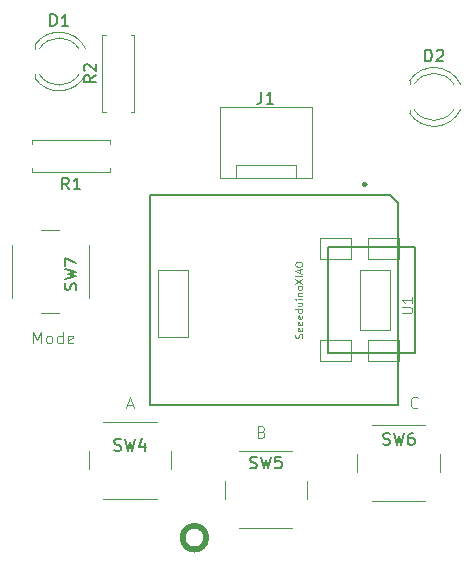
<source format=gbr>
%TF.GenerationSoftware,KiCad,Pcbnew,8.0.6*%
%TF.CreationDate,2025-01-13T20:16:21-05:00*%
%TF.ProjectId,TamaBadge,54616d61-4261-4646-9765-2e6b69636164,rev?*%
%TF.SameCoordinates,Original*%
%TF.FileFunction,Legend,Top*%
%TF.FilePolarity,Positive*%
%FSLAX46Y46*%
G04 Gerber Fmt 4.6, Leading zero omitted, Abs format (unit mm)*
G04 Created by KiCad (PCBNEW 8.0.6) date 2025-01-13 20:16:21*
%MOMM*%
%LPD*%
G01*
G04 APERTURE LIST*
%ADD10C,0.100000*%
%ADD11C,0.150000*%
%ADD12C,0.101600*%
%ADD13C,0.076200*%
%ADD14C,0.120000*%
%ADD15C,0.254000*%
%ADD16C,0.127000*%
%ADD17C,0.066040*%
%ADD18C,0.500000*%
G04 APERTURE END LIST*
D10*
X128875312Y-142777180D02*
X128827693Y-142824800D01*
X128827693Y-142824800D02*
X128684836Y-142872419D01*
X128684836Y-142872419D02*
X128589598Y-142872419D01*
X128589598Y-142872419D02*
X128446741Y-142824800D01*
X128446741Y-142824800D02*
X128351503Y-142729561D01*
X128351503Y-142729561D02*
X128303884Y-142634323D01*
X128303884Y-142634323D02*
X128256265Y-142443847D01*
X128256265Y-142443847D02*
X128256265Y-142300990D01*
X128256265Y-142300990D02*
X128303884Y-142110514D01*
X128303884Y-142110514D02*
X128351503Y-142015276D01*
X128351503Y-142015276D02*
X128446741Y-141920038D01*
X128446741Y-141920038D02*
X128589598Y-141872419D01*
X128589598Y-141872419D02*
X128684836Y-141872419D01*
X128684836Y-141872419D02*
X128827693Y-141920038D01*
X128827693Y-141920038D02*
X128875312Y-141967657D01*
X115637217Y-144848609D02*
X115780074Y-144896228D01*
X115780074Y-144896228D02*
X115827693Y-144943847D01*
X115827693Y-144943847D02*
X115875312Y-145039085D01*
X115875312Y-145039085D02*
X115875312Y-145181942D01*
X115875312Y-145181942D02*
X115827693Y-145277180D01*
X115827693Y-145277180D02*
X115780074Y-145324800D01*
X115780074Y-145324800D02*
X115684836Y-145372419D01*
X115684836Y-145372419D02*
X115303884Y-145372419D01*
X115303884Y-145372419D02*
X115303884Y-144372419D01*
X115303884Y-144372419D02*
X115637217Y-144372419D01*
X115637217Y-144372419D02*
X115732455Y-144420038D01*
X115732455Y-144420038D02*
X115780074Y-144467657D01*
X115780074Y-144467657D02*
X115827693Y-144562895D01*
X115827693Y-144562895D02*
X115827693Y-144658133D01*
X115827693Y-144658133D02*
X115780074Y-144753371D01*
X115780074Y-144753371D02*
X115732455Y-144800990D01*
X115732455Y-144800990D02*
X115637217Y-144848609D01*
X115637217Y-144848609D02*
X115303884Y-144848609D01*
X104256265Y-142586704D02*
X104732455Y-142586704D01*
X104161027Y-142872419D02*
X104494360Y-141872419D01*
X104494360Y-141872419D02*
X104827693Y-142872419D01*
X96303884Y-137372419D02*
X96303884Y-136372419D01*
X96303884Y-136372419D02*
X96637217Y-137086704D01*
X96637217Y-137086704D02*
X96970550Y-136372419D01*
X96970550Y-136372419D02*
X96970550Y-137372419D01*
X97589598Y-137372419D02*
X97494360Y-137324800D01*
X97494360Y-137324800D02*
X97446741Y-137277180D01*
X97446741Y-137277180D02*
X97399122Y-137181942D01*
X97399122Y-137181942D02*
X97399122Y-136896228D01*
X97399122Y-136896228D02*
X97446741Y-136800990D01*
X97446741Y-136800990D02*
X97494360Y-136753371D01*
X97494360Y-136753371D02*
X97589598Y-136705752D01*
X97589598Y-136705752D02*
X97732455Y-136705752D01*
X97732455Y-136705752D02*
X97827693Y-136753371D01*
X97827693Y-136753371D02*
X97875312Y-136800990D01*
X97875312Y-136800990D02*
X97922931Y-136896228D01*
X97922931Y-136896228D02*
X97922931Y-137181942D01*
X97922931Y-137181942D02*
X97875312Y-137277180D01*
X97875312Y-137277180D02*
X97827693Y-137324800D01*
X97827693Y-137324800D02*
X97732455Y-137372419D01*
X97732455Y-137372419D02*
X97589598Y-137372419D01*
X98780074Y-137372419D02*
X98780074Y-136372419D01*
X98780074Y-137324800D02*
X98684836Y-137372419D01*
X98684836Y-137372419D02*
X98494360Y-137372419D01*
X98494360Y-137372419D02*
X98399122Y-137324800D01*
X98399122Y-137324800D02*
X98351503Y-137277180D01*
X98351503Y-137277180D02*
X98303884Y-137181942D01*
X98303884Y-137181942D02*
X98303884Y-136896228D01*
X98303884Y-136896228D02*
X98351503Y-136800990D01*
X98351503Y-136800990D02*
X98399122Y-136753371D01*
X98399122Y-136753371D02*
X98494360Y-136705752D01*
X98494360Y-136705752D02*
X98684836Y-136705752D01*
X98684836Y-136705752D02*
X98780074Y-136753371D01*
X99637217Y-137324800D02*
X99541979Y-137372419D01*
X99541979Y-137372419D02*
X99351503Y-137372419D01*
X99351503Y-137372419D02*
X99256265Y-137324800D01*
X99256265Y-137324800D02*
X99208646Y-137229561D01*
X99208646Y-137229561D02*
X99208646Y-136848609D01*
X99208646Y-136848609D02*
X99256265Y-136753371D01*
X99256265Y-136753371D02*
X99351503Y-136705752D01*
X99351503Y-136705752D02*
X99541979Y-136705752D01*
X99541979Y-136705752D02*
X99637217Y-136753371D01*
X99637217Y-136753371D02*
X99684836Y-136848609D01*
X99684836Y-136848609D02*
X99684836Y-136943847D01*
X99684836Y-136943847D02*
X99208646Y-137039085D01*
D11*
X99907200Y-132833332D02*
X99954819Y-132690475D01*
X99954819Y-132690475D02*
X99954819Y-132452380D01*
X99954819Y-132452380D02*
X99907200Y-132357142D01*
X99907200Y-132357142D02*
X99859580Y-132309523D01*
X99859580Y-132309523D02*
X99764342Y-132261904D01*
X99764342Y-132261904D02*
X99669104Y-132261904D01*
X99669104Y-132261904D02*
X99573866Y-132309523D01*
X99573866Y-132309523D02*
X99526247Y-132357142D01*
X99526247Y-132357142D02*
X99478628Y-132452380D01*
X99478628Y-132452380D02*
X99431009Y-132642856D01*
X99431009Y-132642856D02*
X99383390Y-132738094D01*
X99383390Y-132738094D02*
X99335771Y-132785713D01*
X99335771Y-132785713D02*
X99240533Y-132833332D01*
X99240533Y-132833332D02*
X99145295Y-132833332D01*
X99145295Y-132833332D02*
X99050057Y-132785713D01*
X99050057Y-132785713D02*
X99002438Y-132738094D01*
X99002438Y-132738094D02*
X98954819Y-132642856D01*
X98954819Y-132642856D02*
X98954819Y-132404761D01*
X98954819Y-132404761D02*
X99002438Y-132261904D01*
X98954819Y-131928570D02*
X99954819Y-131690475D01*
X99954819Y-131690475D02*
X99240533Y-131499999D01*
X99240533Y-131499999D02*
X99954819Y-131309523D01*
X99954819Y-131309523D02*
X98954819Y-131071428D01*
X98954819Y-130785713D02*
X98954819Y-130119047D01*
X98954819Y-130119047D02*
X99954819Y-130547618D01*
X115626666Y-116054819D02*
X115626666Y-116769104D01*
X115626666Y-116769104D02*
X115579047Y-116911961D01*
X115579047Y-116911961D02*
X115483809Y-117007200D01*
X115483809Y-117007200D02*
X115340952Y-117054819D01*
X115340952Y-117054819D02*
X115245714Y-117054819D01*
X116626666Y-117054819D02*
X116055238Y-117054819D01*
X116340952Y-117054819D02*
X116340952Y-116054819D01*
X116340952Y-116054819D02*
X116245714Y-116197676D01*
X116245714Y-116197676D02*
X116150476Y-116292914D01*
X116150476Y-116292914D02*
X116055238Y-116340533D01*
X129491905Y-113494819D02*
X129491905Y-112494819D01*
X129491905Y-112494819D02*
X129730000Y-112494819D01*
X129730000Y-112494819D02*
X129872857Y-112542438D01*
X129872857Y-112542438D02*
X129968095Y-112637676D01*
X129968095Y-112637676D02*
X130015714Y-112732914D01*
X130015714Y-112732914D02*
X130063333Y-112923390D01*
X130063333Y-112923390D02*
X130063333Y-113066247D01*
X130063333Y-113066247D02*
X130015714Y-113256723D01*
X130015714Y-113256723D02*
X129968095Y-113351961D01*
X129968095Y-113351961D02*
X129872857Y-113447200D01*
X129872857Y-113447200D02*
X129730000Y-113494819D01*
X129730000Y-113494819D02*
X129491905Y-113494819D01*
X130444286Y-112590057D02*
X130491905Y-112542438D01*
X130491905Y-112542438D02*
X130587143Y-112494819D01*
X130587143Y-112494819D02*
X130825238Y-112494819D01*
X130825238Y-112494819D02*
X130920476Y-112542438D01*
X130920476Y-112542438D02*
X130968095Y-112590057D01*
X130968095Y-112590057D02*
X131015714Y-112685295D01*
X131015714Y-112685295D02*
X131015714Y-112780533D01*
X131015714Y-112780533D02*
X130968095Y-112923390D01*
X130968095Y-112923390D02*
X130396667Y-113494819D01*
X130396667Y-113494819D02*
X131015714Y-113494819D01*
D12*
X127497485Y-134811833D02*
X128217152Y-134811833D01*
X128217152Y-134811833D02*
X128301818Y-134769500D01*
X128301818Y-134769500D02*
X128344152Y-134727166D01*
X128344152Y-134727166D02*
X128386485Y-134642500D01*
X128386485Y-134642500D02*
X128386485Y-134473166D01*
X128386485Y-134473166D02*
X128344152Y-134388500D01*
X128344152Y-134388500D02*
X128301818Y-134346166D01*
X128301818Y-134346166D02*
X128217152Y-134303833D01*
X128217152Y-134303833D02*
X127497485Y-134303833D01*
X128386485Y-133414833D02*
X128386485Y-133922833D01*
X128386485Y-133668833D02*
X127497485Y-133668833D01*
X127497485Y-133668833D02*
X127624485Y-133753500D01*
X127624485Y-133753500D02*
X127709152Y-133838167D01*
X127709152Y-133838167D02*
X127751485Y-133922833D01*
D13*
X119067331Y-136912170D02*
X119096359Y-136825085D01*
X119096359Y-136825085D02*
X119096359Y-136679942D01*
X119096359Y-136679942D02*
X119067331Y-136621885D01*
X119067331Y-136621885D02*
X119038302Y-136592856D01*
X119038302Y-136592856D02*
X118980245Y-136563827D01*
X118980245Y-136563827D02*
X118922188Y-136563827D01*
X118922188Y-136563827D02*
X118864131Y-136592856D01*
X118864131Y-136592856D02*
X118835102Y-136621885D01*
X118835102Y-136621885D02*
X118806073Y-136679942D01*
X118806073Y-136679942D02*
X118777045Y-136796056D01*
X118777045Y-136796056D02*
X118748016Y-136854113D01*
X118748016Y-136854113D02*
X118718988Y-136883142D01*
X118718988Y-136883142D02*
X118660931Y-136912170D01*
X118660931Y-136912170D02*
X118602873Y-136912170D01*
X118602873Y-136912170D02*
X118544816Y-136883142D01*
X118544816Y-136883142D02*
X118515788Y-136854113D01*
X118515788Y-136854113D02*
X118486759Y-136796056D01*
X118486759Y-136796056D02*
X118486759Y-136650913D01*
X118486759Y-136650913D02*
X118515788Y-136563827D01*
X119067331Y-136070342D02*
X119096359Y-136128399D01*
X119096359Y-136128399D02*
X119096359Y-136244514D01*
X119096359Y-136244514D02*
X119067331Y-136302571D01*
X119067331Y-136302571D02*
X119009273Y-136331599D01*
X119009273Y-136331599D02*
X118777045Y-136331599D01*
X118777045Y-136331599D02*
X118718988Y-136302571D01*
X118718988Y-136302571D02*
X118689959Y-136244514D01*
X118689959Y-136244514D02*
X118689959Y-136128399D01*
X118689959Y-136128399D02*
X118718988Y-136070342D01*
X118718988Y-136070342D02*
X118777045Y-136041314D01*
X118777045Y-136041314D02*
X118835102Y-136041314D01*
X118835102Y-136041314D02*
X118893159Y-136331599D01*
X119067331Y-135547828D02*
X119096359Y-135605885D01*
X119096359Y-135605885D02*
X119096359Y-135722000D01*
X119096359Y-135722000D02*
X119067331Y-135780057D01*
X119067331Y-135780057D02*
X119009273Y-135809085D01*
X119009273Y-135809085D02*
X118777045Y-135809085D01*
X118777045Y-135809085D02*
X118718988Y-135780057D01*
X118718988Y-135780057D02*
X118689959Y-135722000D01*
X118689959Y-135722000D02*
X118689959Y-135605885D01*
X118689959Y-135605885D02*
X118718988Y-135547828D01*
X118718988Y-135547828D02*
X118777045Y-135518800D01*
X118777045Y-135518800D02*
X118835102Y-135518800D01*
X118835102Y-135518800D02*
X118893159Y-135809085D01*
X119067331Y-135025314D02*
X119096359Y-135083371D01*
X119096359Y-135083371D02*
X119096359Y-135199486D01*
X119096359Y-135199486D02*
X119067331Y-135257543D01*
X119067331Y-135257543D02*
X119009273Y-135286571D01*
X119009273Y-135286571D02*
X118777045Y-135286571D01*
X118777045Y-135286571D02*
X118718988Y-135257543D01*
X118718988Y-135257543D02*
X118689959Y-135199486D01*
X118689959Y-135199486D02*
X118689959Y-135083371D01*
X118689959Y-135083371D02*
X118718988Y-135025314D01*
X118718988Y-135025314D02*
X118777045Y-134996286D01*
X118777045Y-134996286D02*
X118835102Y-134996286D01*
X118835102Y-134996286D02*
X118893159Y-135286571D01*
X119096359Y-134473772D02*
X118486759Y-134473772D01*
X119067331Y-134473772D02*
X119096359Y-134531829D01*
X119096359Y-134531829D02*
X119096359Y-134647943D01*
X119096359Y-134647943D02*
X119067331Y-134706000D01*
X119067331Y-134706000D02*
X119038302Y-134735029D01*
X119038302Y-134735029D02*
X118980245Y-134764057D01*
X118980245Y-134764057D02*
X118806073Y-134764057D01*
X118806073Y-134764057D02*
X118748016Y-134735029D01*
X118748016Y-134735029D02*
X118718988Y-134706000D01*
X118718988Y-134706000D02*
X118689959Y-134647943D01*
X118689959Y-134647943D02*
X118689959Y-134531829D01*
X118689959Y-134531829D02*
X118718988Y-134473772D01*
X118689959Y-133922229D02*
X119096359Y-133922229D01*
X118689959Y-134183486D02*
X119009273Y-134183486D01*
X119009273Y-134183486D02*
X119067331Y-134154457D01*
X119067331Y-134154457D02*
X119096359Y-134096400D01*
X119096359Y-134096400D02*
X119096359Y-134009314D01*
X119096359Y-134009314D02*
X119067331Y-133951257D01*
X119067331Y-133951257D02*
X119038302Y-133922229D01*
X119096359Y-133631943D02*
X118689959Y-133631943D01*
X118486759Y-133631943D02*
X118515788Y-133660971D01*
X118515788Y-133660971D02*
X118544816Y-133631943D01*
X118544816Y-133631943D02*
X118515788Y-133602914D01*
X118515788Y-133602914D02*
X118486759Y-133631943D01*
X118486759Y-133631943D02*
X118544816Y-133631943D01*
X118689959Y-133341657D02*
X119096359Y-133341657D01*
X118748016Y-133341657D02*
X118718988Y-133312628D01*
X118718988Y-133312628D02*
X118689959Y-133254571D01*
X118689959Y-133254571D02*
X118689959Y-133167485D01*
X118689959Y-133167485D02*
X118718988Y-133109428D01*
X118718988Y-133109428D02*
X118777045Y-133080400D01*
X118777045Y-133080400D02*
X119096359Y-133080400D01*
X119096359Y-132703028D02*
X119067331Y-132761085D01*
X119067331Y-132761085D02*
X119038302Y-132790114D01*
X119038302Y-132790114D02*
X118980245Y-132819142D01*
X118980245Y-132819142D02*
X118806073Y-132819142D01*
X118806073Y-132819142D02*
X118748016Y-132790114D01*
X118748016Y-132790114D02*
X118718988Y-132761085D01*
X118718988Y-132761085D02*
X118689959Y-132703028D01*
X118689959Y-132703028D02*
X118689959Y-132615942D01*
X118689959Y-132615942D02*
X118718988Y-132557885D01*
X118718988Y-132557885D02*
X118748016Y-132528857D01*
X118748016Y-132528857D02*
X118806073Y-132499828D01*
X118806073Y-132499828D02*
X118980245Y-132499828D01*
X118980245Y-132499828D02*
X119038302Y-132528857D01*
X119038302Y-132528857D02*
X119067331Y-132557885D01*
X119067331Y-132557885D02*
X119096359Y-132615942D01*
X119096359Y-132615942D02*
X119096359Y-132703028D01*
X118486759Y-132296628D02*
X119096359Y-131890228D01*
X118486759Y-131890228D02*
X119096359Y-132296628D01*
X119096359Y-131658000D02*
X118486759Y-131658000D01*
X118922188Y-131396742D02*
X118922188Y-131106457D01*
X119096359Y-131454799D02*
X118486759Y-131251599D01*
X118486759Y-131251599D02*
X119096359Y-131048399D01*
X118486759Y-130729085D02*
X118486759Y-130612971D01*
X118486759Y-130612971D02*
X118515788Y-130554914D01*
X118515788Y-130554914D02*
X118573845Y-130496857D01*
X118573845Y-130496857D02*
X118689959Y-130467828D01*
X118689959Y-130467828D02*
X118893159Y-130467828D01*
X118893159Y-130467828D02*
X119009273Y-130496857D01*
X119009273Y-130496857D02*
X119067331Y-130554914D01*
X119067331Y-130554914D02*
X119096359Y-130612971D01*
X119096359Y-130612971D02*
X119096359Y-130729085D01*
X119096359Y-130729085D02*
X119067331Y-130787143D01*
X119067331Y-130787143D02*
X119009273Y-130845200D01*
X119009273Y-130845200D02*
X118893159Y-130874228D01*
X118893159Y-130874228D02*
X118689959Y-130874228D01*
X118689959Y-130874228D02*
X118573845Y-130845200D01*
X118573845Y-130845200D02*
X118515788Y-130787143D01*
X118515788Y-130787143D02*
X118486759Y-130729085D01*
D11*
X99333333Y-124324819D02*
X99000000Y-123848628D01*
X98761905Y-124324819D02*
X98761905Y-123324819D01*
X98761905Y-123324819D02*
X99142857Y-123324819D01*
X99142857Y-123324819D02*
X99238095Y-123372438D01*
X99238095Y-123372438D02*
X99285714Y-123420057D01*
X99285714Y-123420057D02*
X99333333Y-123515295D01*
X99333333Y-123515295D02*
X99333333Y-123658152D01*
X99333333Y-123658152D02*
X99285714Y-123753390D01*
X99285714Y-123753390D02*
X99238095Y-123801009D01*
X99238095Y-123801009D02*
X99142857Y-123848628D01*
X99142857Y-123848628D02*
X98761905Y-123848628D01*
X100285714Y-124324819D02*
X99714286Y-124324819D01*
X100000000Y-124324819D02*
X100000000Y-123324819D01*
X100000000Y-123324819D02*
X99904762Y-123467676D01*
X99904762Y-123467676D02*
X99809524Y-123562914D01*
X99809524Y-123562914D02*
X99714286Y-123610533D01*
X101584819Y-114666666D02*
X101108628Y-114999999D01*
X101584819Y-115238094D02*
X100584819Y-115238094D01*
X100584819Y-115238094D02*
X100584819Y-114857142D01*
X100584819Y-114857142D02*
X100632438Y-114761904D01*
X100632438Y-114761904D02*
X100680057Y-114714285D01*
X100680057Y-114714285D02*
X100775295Y-114666666D01*
X100775295Y-114666666D02*
X100918152Y-114666666D01*
X100918152Y-114666666D02*
X101013390Y-114714285D01*
X101013390Y-114714285D02*
X101061009Y-114761904D01*
X101061009Y-114761904D02*
X101108628Y-114857142D01*
X101108628Y-114857142D02*
X101108628Y-115238094D01*
X100680057Y-114285713D02*
X100632438Y-114238094D01*
X100632438Y-114238094D02*
X100584819Y-114142856D01*
X100584819Y-114142856D02*
X100584819Y-113904761D01*
X100584819Y-113904761D02*
X100632438Y-113809523D01*
X100632438Y-113809523D02*
X100680057Y-113761904D01*
X100680057Y-113761904D02*
X100775295Y-113714285D01*
X100775295Y-113714285D02*
X100870533Y-113714285D01*
X100870533Y-113714285D02*
X101013390Y-113761904D01*
X101013390Y-113761904D02*
X101584819Y-114333332D01*
X101584819Y-114333332D02*
X101584819Y-113714285D01*
X114666667Y-147907200D02*
X114809524Y-147954819D01*
X114809524Y-147954819D02*
X115047619Y-147954819D01*
X115047619Y-147954819D02*
X115142857Y-147907200D01*
X115142857Y-147907200D02*
X115190476Y-147859580D01*
X115190476Y-147859580D02*
X115238095Y-147764342D01*
X115238095Y-147764342D02*
X115238095Y-147669104D01*
X115238095Y-147669104D02*
X115190476Y-147573866D01*
X115190476Y-147573866D02*
X115142857Y-147526247D01*
X115142857Y-147526247D02*
X115047619Y-147478628D01*
X115047619Y-147478628D02*
X114857143Y-147431009D01*
X114857143Y-147431009D02*
X114761905Y-147383390D01*
X114761905Y-147383390D02*
X114714286Y-147335771D01*
X114714286Y-147335771D02*
X114666667Y-147240533D01*
X114666667Y-147240533D02*
X114666667Y-147145295D01*
X114666667Y-147145295D02*
X114714286Y-147050057D01*
X114714286Y-147050057D02*
X114761905Y-147002438D01*
X114761905Y-147002438D02*
X114857143Y-146954819D01*
X114857143Y-146954819D02*
X115095238Y-146954819D01*
X115095238Y-146954819D02*
X115238095Y-147002438D01*
X115571429Y-146954819D02*
X115809524Y-147954819D01*
X115809524Y-147954819D02*
X116000000Y-147240533D01*
X116000000Y-147240533D02*
X116190476Y-147954819D01*
X116190476Y-147954819D02*
X116428572Y-146954819D01*
X117285714Y-146954819D02*
X116809524Y-146954819D01*
X116809524Y-146954819D02*
X116761905Y-147431009D01*
X116761905Y-147431009D02*
X116809524Y-147383390D01*
X116809524Y-147383390D02*
X116904762Y-147335771D01*
X116904762Y-147335771D02*
X117142857Y-147335771D01*
X117142857Y-147335771D02*
X117238095Y-147383390D01*
X117238095Y-147383390D02*
X117285714Y-147431009D01*
X117285714Y-147431009D02*
X117333333Y-147526247D01*
X117333333Y-147526247D02*
X117333333Y-147764342D01*
X117333333Y-147764342D02*
X117285714Y-147859580D01*
X117285714Y-147859580D02*
X117238095Y-147907200D01*
X117238095Y-147907200D02*
X117142857Y-147954819D01*
X117142857Y-147954819D02*
X116904762Y-147954819D01*
X116904762Y-147954819D02*
X116809524Y-147907200D01*
X116809524Y-147907200D02*
X116761905Y-147859580D01*
X103166667Y-146407200D02*
X103309524Y-146454819D01*
X103309524Y-146454819D02*
X103547619Y-146454819D01*
X103547619Y-146454819D02*
X103642857Y-146407200D01*
X103642857Y-146407200D02*
X103690476Y-146359580D01*
X103690476Y-146359580D02*
X103738095Y-146264342D01*
X103738095Y-146264342D02*
X103738095Y-146169104D01*
X103738095Y-146169104D02*
X103690476Y-146073866D01*
X103690476Y-146073866D02*
X103642857Y-146026247D01*
X103642857Y-146026247D02*
X103547619Y-145978628D01*
X103547619Y-145978628D02*
X103357143Y-145931009D01*
X103357143Y-145931009D02*
X103261905Y-145883390D01*
X103261905Y-145883390D02*
X103214286Y-145835771D01*
X103214286Y-145835771D02*
X103166667Y-145740533D01*
X103166667Y-145740533D02*
X103166667Y-145645295D01*
X103166667Y-145645295D02*
X103214286Y-145550057D01*
X103214286Y-145550057D02*
X103261905Y-145502438D01*
X103261905Y-145502438D02*
X103357143Y-145454819D01*
X103357143Y-145454819D02*
X103595238Y-145454819D01*
X103595238Y-145454819D02*
X103738095Y-145502438D01*
X104071429Y-145454819D02*
X104309524Y-146454819D01*
X104309524Y-146454819D02*
X104500000Y-145740533D01*
X104500000Y-145740533D02*
X104690476Y-146454819D01*
X104690476Y-146454819D02*
X104928572Y-145454819D01*
X105738095Y-145788152D02*
X105738095Y-146454819D01*
X105500000Y-145407200D02*
X105261905Y-146121485D01*
X105261905Y-146121485D02*
X105880952Y-146121485D01*
X125916667Y-145907200D02*
X126059524Y-145954819D01*
X126059524Y-145954819D02*
X126297619Y-145954819D01*
X126297619Y-145954819D02*
X126392857Y-145907200D01*
X126392857Y-145907200D02*
X126440476Y-145859580D01*
X126440476Y-145859580D02*
X126488095Y-145764342D01*
X126488095Y-145764342D02*
X126488095Y-145669104D01*
X126488095Y-145669104D02*
X126440476Y-145573866D01*
X126440476Y-145573866D02*
X126392857Y-145526247D01*
X126392857Y-145526247D02*
X126297619Y-145478628D01*
X126297619Y-145478628D02*
X126107143Y-145431009D01*
X126107143Y-145431009D02*
X126011905Y-145383390D01*
X126011905Y-145383390D02*
X125964286Y-145335771D01*
X125964286Y-145335771D02*
X125916667Y-145240533D01*
X125916667Y-145240533D02*
X125916667Y-145145295D01*
X125916667Y-145145295D02*
X125964286Y-145050057D01*
X125964286Y-145050057D02*
X126011905Y-145002438D01*
X126011905Y-145002438D02*
X126107143Y-144954819D01*
X126107143Y-144954819D02*
X126345238Y-144954819D01*
X126345238Y-144954819D02*
X126488095Y-145002438D01*
X126821429Y-144954819D02*
X127059524Y-145954819D01*
X127059524Y-145954819D02*
X127250000Y-145240533D01*
X127250000Y-145240533D02*
X127440476Y-145954819D01*
X127440476Y-145954819D02*
X127678572Y-144954819D01*
X128488095Y-144954819D02*
X128297619Y-144954819D01*
X128297619Y-144954819D02*
X128202381Y-145002438D01*
X128202381Y-145002438D02*
X128154762Y-145050057D01*
X128154762Y-145050057D02*
X128059524Y-145192914D01*
X128059524Y-145192914D02*
X128011905Y-145383390D01*
X128011905Y-145383390D02*
X128011905Y-145764342D01*
X128011905Y-145764342D02*
X128059524Y-145859580D01*
X128059524Y-145859580D02*
X128107143Y-145907200D01*
X128107143Y-145907200D02*
X128202381Y-145954819D01*
X128202381Y-145954819D02*
X128392857Y-145954819D01*
X128392857Y-145954819D02*
X128488095Y-145907200D01*
X128488095Y-145907200D02*
X128535714Y-145859580D01*
X128535714Y-145859580D02*
X128583333Y-145764342D01*
X128583333Y-145764342D02*
X128583333Y-145526247D01*
X128583333Y-145526247D02*
X128535714Y-145431009D01*
X128535714Y-145431009D02*
X128488095Y-145383390D01*
X128488095Y-145383390D02*
X128392857Y-145335771D01*
X128392857Y-145335771D02*
X128202381Y-145335771D01*
X128202381Y-145335771D02*
X128107143Y-145383390D01*
X128107143Y-145383390D02*
X128059524Y-145431009D01*
X128059524Y-145431009D02*
X128011905Y-145526247D01*
X97756905Y-110494819D02*
X97756905Y-109494819D01*
X97756905Y-109494819D02*
X97995000Y-109494819D01*
X97995000Y-109494819D02*
X98137857Y-109542438D01*
X98137857Y-109542438D02*
X98233095Y-109637676D01*
X98233095Y-109637676D02*
X98280714Y-109732914D01*
X98280714Y-109732914D02*
X98328333Y-109923390D01*
X98328333Y-109923390D02*
X98328333Y-110066247D01*
X98328333Y-110066247D02*
X98280714Y-110256723D01*
X98280714Y-110256723D02*
X98233095Y-110351961D01*
X98233095Y-110351961D02*
X98137857Y-110447200D01*
X98137857Y-110447200D02*
X97995000Y-110494819D01*
X97995000Y-110494819D02*
X97756905Y-110494819D01*
X99280714Y-110494819D02*
X98709286Y-110494819D01*
X98995000Y-110494819D02*
X98995000Y-109494819D01*
X98995000Y-109494819D02*
X98899762Y-109637676D01*
X98899762Y-109637676D02*
X98804524Y-109732914D01*
X98804524Y-109732914D02*
X98709286Y-109780533D01*
D14*
%TO.C,SW7*%
X97000000Y-134750000D02*
X98500000Y-134750000D01*
X101000000Y-133500000D02*
X101000000Y-129000000D01*
X94500000Y-129000000D02*
X94500000Y-133500000D01*
X98500000Y-127750000D02*
X97000000Y-127750000D01*
%TO.C,J1*%
X119910000Y-123400000D02*
X112110000Y-123400000D01*
X119910000Y-117350000D02*
X119910000Y-123400000D01*
X118540000Y-122290000D02*
X118540000Y-123300000D01*
X113460000Y-123300000D02*
X113460000Y-122290000D01*
X113460000Y-122290000D02*
X118540000Y-122290000D01*
X112110000Y-123400000D02*
X112110000Y-117350000D01*
X112110000Y-117350000D02*
X119910000Y-117350000D01*
%TO.C,D2*%
X128170000Y-115101000D02*
X128170000Y-115420000D01*
X128170000Y-117580000D02*
X128170000Y-117899000D01*
X128170000Y-115101251D02*
G75*
G02*
X132473242Y-115419276I2060000J-1398749D01*
G01*
X128546670Y-115420000D02*
G75*
G02*
X131912713Y-115419039I1683330J-1080000D01*
G01*
X131912713Y-117580961D02*
G75*
G02*
X128546670Y-117580000I-1682713J1080961D01*
G01*
X132473242Y-117580724D02*
G75*
G02*
X128170000Y-117898749I-2243242J1080724D01*
G01*
%TO.C,U1*%
D15*
X124488000Y-123911000D02*
G75*
G02*
X124234000Y-123911000I-127000J0D01*
G01*
X124234000Y-123911000D02*
G75*
G02*
X124488000Y-123911000I127000J0D01*
G01*
D16*
X128623120Y-138193420D02*
X121269820Y-138193420D01*
X128623120Y-129199280D02*
X128623120Y-138193420D01*
D17*
X127282000Y-137119000D02*
X127282000Y-138897000D01*
X127282000Y-128483000D02*
X127282000Y-130261000D01*
D16*
X127198180Y-142597780D02*
X127198180Y-125470560D01*
X127198180Y-125470560D02*
X126527620Y-124800000D01*
X126527620Y-124800000D02*
X106200000Y-124800000D01*
D17*
X126520000Y-131150000D02*
X126520000Y-136230000D01*
X124615000Y-138897000D02*
X127282000Y-138897000D01*
X124615000Y-137119000D02*
X127282000Y-137119000D01*
X124615000Y-137119000D02*
X124615000Y-138897000D01*
X124615000Y-130261000D02*
X127282000Y-130261000D01*
X124615000Y-128483000D02*
X127282000Y-128483000D01*
X124615000Y-128483000D02*
X124615000Y-130261000D01*
X123980000Y-136230000D02*
X126520000Y-136230000D01*
X123980000Y-131150000D02*
X126520000Y-131150000D01*
X123980000Y-131150000D02*
X123980000Y-136230000D01*
X123218000Y-137119000D02*
X123218000Y-138897000D01*
X123218000Y-128483000D02*
X123218000Y-130261000D01*
D16*
X121269820Y-138193420D02*
X121269820Y-129194200D01*
X121269820Y-129194200D02*
X128623120Y-129194200D01*
D17*
X120548460Y-138897000D02*
X123218000Y-138897000D01*
X120548460Y-137119000D02*
X123218000Y-137119000D01*
X120548460Y-137119000D02*
X120548460Y-138897000D01*
X120548460Y-130261000D02*
X123218000Y-130261000D01*
X120548460Y-128483000D02*
X123218000Y-128483000D01*
X120548460Y-128483000D02*
X120548460Y-130261000D01*
X109375000Y-131150000D02*
X109375000Y-136865000D01*
X106835000Y-136865000D02*
X109375000Y-136865000D01*
X106835000Y-131150000D02*
X109375000Y-131150000D01*
X106835000Y-131150000D02*
X106835000Y-136865000D01*
D16*
X106200000Y-142597780D02*
X127198180Y-142597780D01*
X106200000Y-124800000D02*
X106200000Y-142597780D01*
D14*
%TO.C,R1*%
X96230000Y-120130000D02*
X96230000Y-120460000D01*
X96230000Y-122870000D02*
X96230000Y-122540000D01*
X102770000Y-120130000D02*
X96230000Y-120130000D01*
X102770000Y-120460000D02*
X102770000Y-120130000D01*
X102770000Y-122540000D02*
X102770000Y-122870000D01*
X102770000Y-122870000D02*
X96230000Y-122870000D01*
%TO.C,R2*%
X104870000Y-111230000D02*
X104540000Y-111230000D01*
X102130000Y-111230000D02*
X102460000Y-111230000D01*
X104870000Y-117770000D02*
X104870000Y-111230000D01*
X104540000Y-117770000D02*
X104870000Y-117770000D01*
X102460000Y-117770000D02*
X102130000Y-117770000D01*
X102130000Y-117770000D02*
X102130000Y-111230000D01*
D18*
%TO.C,X1*%
X110947000Y-153821000D02*
G75*
G02*
X108947000Y-153821000I-1000000J0D01*
G01*
X108947000Y-153821000D02*
G75*
G02*
X110947000Y-153821000I1000000J0D01*
G01*
D14*
%TO.C,SW5*%
X119500000Y-150500000D02*
X119500000Y-149000000D01*
X118250000Y-146500000D02*
X113750000Y-146500000D01*
X113750000Y-153000000D02*
X118250000Y-153000000D01*
X112500000Y-149000000D02*
X112500000Y-150500000D01*
%TO.C,SW4*%
X108000000Y-148000000D02*
X108000000Y-146500000D01*
X106750000Y-144000000D02*
X102250000Y-144000000D01*
X102250000Y-150500000D02*
X106750000Y-150500000D01*
X101000000Y-146500000D02*
X101000000Y-148000000D01*
%TO.C,SW6*%
X130750000Y-148250000D02*
X130750000Y-146750000D01*
X129500000Y-144250000D02*
X125000000Y-144250000D01*
X125000000Y-150750000D02*
X129500000Y-150750000D01*
X123750000Y-146750000D02*
X123750000Y-148250000D01*
%TO.C,D1*%
X96435000Y-112101000D02*
X96435000Y-112420000D01*
X96435000Y-114580000D02*
X96435000Y-114899000D01*
X96435000Y-112101251D02*
G75*
G02*
X100738242Y-112419276I2060000J-1398749D01*
G01*
X96811670Y-112420000D02*
G75*
G02*
X100177713Y-112419039I1683330J-1080000D01*
G01*
X100177713Y-114580961D02*
G75*
G02*
X96811670Y-114580000I-1682713J1080961D01*
G01*
X100738242Y-114580724D02*
G75*
G02*
X96435000Y-114898749I-2243242J1080724D01*
G01*
%TD*%
M02*

</source>
